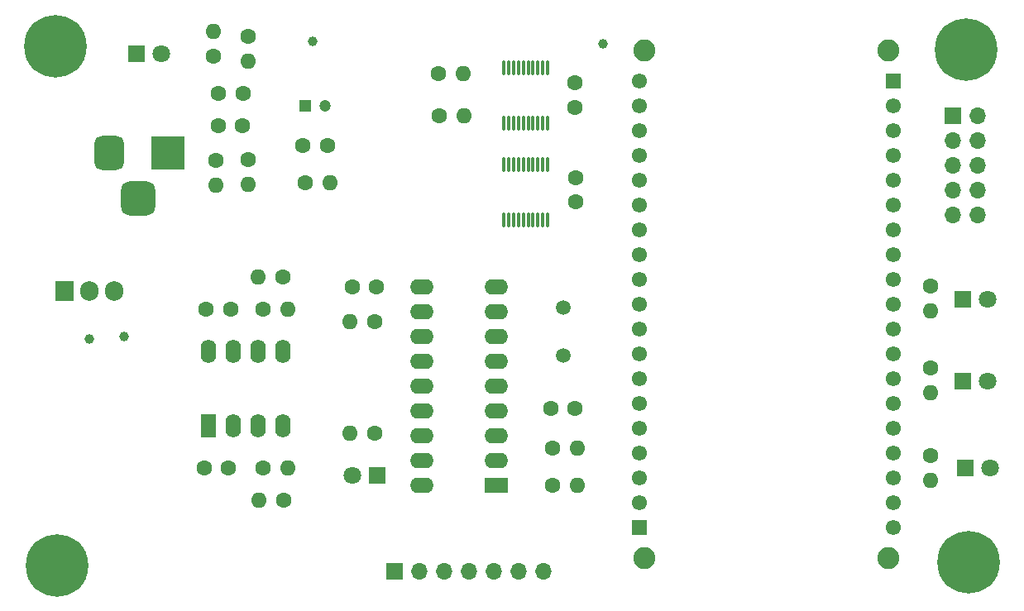
<source format=gbr>
%TF.GenerationSoftware,KiCad,Pcbnew,8.0.5*%
%TF.CreationDate,2024-12-04T22:36:59+01:00*%
%TF.ProjectId,ESP-Unit,4553502d-556e-4697-942e-6b696361645f,rev?*%
%TF.SameCoordinates,Original*%
%TF.FileFunction,Soldermask,Top*%
%TF.FilePolarity,Negative*%
%FSLAX46Y46*%
G04 Gerber Fmt 4.6, Leading zero omitted, Abs format (unit mm)*
G04 Created by KiCad (PCBNEW 8.0.5) date 2024-12-04 22:36:59*
%MOMM*%
%LPD*%
G01*
G04 APERTURE LIST*
G04 Aperture macros list*
%AMRoundRect*
0 Rectangle with rounded corners*
0 $1 Rounding radius*
0 $2 $3 $4 $5 $6 $7 $8 $9 X,Y pos of 4 corners*
0 Add a 4 corners polygon primitive as box body*
4,1,4,$2,$3,$4,$5,$6,$7,$8,$9,$2,$3,0*
0 Add four circle primitives for the rounded corners*
1,1,$1+$1,$2,$3*
1,1,$1+$1,$4,$5*
1,1,$1+$1,$6,$7*
1,1,$1+$1,$8,$9*
0 Add four rect primitives between the rounded corners*
20,1,$1+$1,$2,$3,$4,$5,0*
20,1,$1+$1,$4,$5,$6,$7,0*
20,1,$1+$1,$6,$7,$8,$9,0*
20,1,$1+$1,$8,$9,$2,$3,0*%
G04 Aperture macros list end*
%ADD10RoundRect,0.075000X0.075000X-0.662500X0.075000X0.662500X-0.075000X0.662500X-0.075000X-0.662500X0*%
%ADD11R,1.600000X2.400000*%
%ADD12O,1.600000X2.400000*%
%ADD13O,1.600000X1.600000*%
%ADD14C,1.600000*%
%ADD15C,0.800000*%
%ADD16C,6.400000*%
%ADD17C,1.000000*%
%ADD18C,1.500000*%
%ADD19C,1.200000*%
%ADD20R,1.200000X1.200000*%
%ADD21R,1.800000X1.800000*%
%ADD22C,1.800000*%
%ADD23R,2.400000X1.600000*%
%ADD24O,2.400000X1.600000*%
%ADD25O,1.905000X2.000000*%
%ADD26R,1.905000X2.000000*%
%ADD27R,1.700000X1.700000*%
%ADD28O,1.700000X1.700000*%
%ADD29RoundRect,0.875000X-0.875000X-0.875000X0.875000X-0.875000X0.875000X0.875000X-0.875000X0.875000X0*%
%ADD30RoundRect,0.750000X-0.750000X-1.000000X0.750000X-1.000000X0.750000X1.000000X-0.750000X1.000000X0*%
%ADD31R,3.500000X3.500000*%
%ADD32C,2.250000*%
%ADD33RoundRect,0.102000X-0.675000X-0.675000X0.675000X-0.675000X0.675000X0.675000X-0.675000X0.675000X0*%
%ADD34C,1.554000*%
G04 APERTURE END LIST*
D10*
%TO.C,U5*%
X202220000Y-72458500D03*
X202720000Y-72458500D03*
X203220000Y-72458500D03*
X203720000Y-72458500D03*
X204220000Y-72458500D03*
X204720000Y-72458500D03*
X205220000Y-72458500D03*
X205720000Y-72458500D03*
X206220000Y-72458500D03*
X206720000Y-72458500D03*
X206720000Y-66733500D03*
X206220000Y-66733500D03*
X205720000Y-66733500D03*
X205220000Y-66733500D03*
X204720000Y-66733500D03*
X204220000Y-66733500D03*
X203720000Y-66733500D03*
X203220000Y-66733500D03*
X202720000Y-66733500D03*
X202220000Y-66733500D03*
%TD*%
%TO.C,U4*%
X202220000Y-62552500D03*
X202720000Y-62552500D03*
X203220000Y-62552500D03*
X203720000Y-62552500D03*
X204220000Y-62552500D03*
X204720000Y-62552500D03*
X205220000Y-62552500D03*
X205720000Y-62552500D03*
X206220000Y-62552500D03*
X206720000Y-62552500D03*
X206720000Y-56827500D03*
X206220000Y-56827500D03*
X205720000Y-56827500D03*
X205220000Y-56827500D03*
X204720000Y-56827500D03*
X204220000Y-56827500D03*
X203720000Y-56827500D03*
X203220000Y-56827500D03*
X202720000Y-56827500D03*
X202220000Y-56827500D03*
%TD*%
D11*
%TO.C,U3*%
X172003000Y-93477000D03*
D12*
X174543000Y-93477000D03*
X177083000Y-93477000D03*
X179623000Y-93477000D03*
X179623000Y-85857000D03*
X177083000Y-85857000D03*
X174543000Y-85857000D03*
X172003000Y-85857000D03*
%TD*%
D13*
%TO.C,R1*%
X172720000Y-68834000D03*
D14*
X172720000Y-66294000D03*
%TD*%
%TO.C,C1*%
X175494000Y-62738000D03*
X172994000Y-62738000D03*
%TD*%
D15*
%TO.C,H4*%
X154064000Y-107776944D03*
X154766944Y-106079888D03*
X154766944Y-109474000D03*
X156464000Y-105376944D03*
D16*
X156464000Y-107776944D03*
D15*
X156464000Y-110176944D03*
X158161056Y-106079888D03*
X158161056Y-109474000D03*
X158864000Y-107776944D03*
%TD*%
D17*
%TO.C,TP2*%
X159766000Y-84582000D03*
%TD*%
D14*
%TO.C,R3*%
X177572000Y-97780000D03*
D13*
X180112000Y-97780000D03*
%TD*%
D14*
%TO.C,R16*%
X245872000Y-79219000D03*
D13*
X245872000Y-81759000D03*
%TD*%
D14*
%TO.C,R14*%
X177552000Y-81524000D03*
D13*
X180092000Y-81524000D03*
%TD*%
D18*
%TO.C,Y1*%
X208280000Y-86270000D03*
X208280000Y-81390000D03*
%TD*%
D14*
%TO.C,R9*%
X188996000Y-82804000D03*
D13*
X186456000Y-82804000D03*
%TD*%
D19*
%TO.C,C7*%
X183907401Y-60706000D03*
D20*
X181907401Y-60706000D03*
%TD*%
D14*
%TO.C,C2*%
X173014000Y-59436000D03*
X175514000Y-59436000D03*
%TD*%
D21*
%TO.C,D5*%
X249423000Y-97819000D03*
D22*
X251963000Y-97819000D03*
%TD*%
D17*
%TO.C,TP4*%
X212344000Y-54356000D03*
%TD*%
D14*
%TO.C,C4*%
X209510000Y-91694000D03*
X207010000Y-91694000D03*
%TD*%
%TO.C,C3*%
X171525000Y-97780000D03*
X174025000Y-97780000D03*
%TD*%
D23*
%TO.C,IC1*%
X201437000Y-99558000D03*
D24*
X201437000Y-97018000D03*
X201437000Y-94478000D03*
X201437000Y-91938000D03*
X201437000Y-89398000D03*
X201437000Y-86858000D03*
X201437000Y-84318000D03*
X201437000Y-81778000D03*
X201437000Y-79238000D03*
X193817000Y-79238000D03*
X193817000Y-81778000D03*
X193817000Y-84318000D03*
X193817000Y-86858000D03*
X193817000Y-89398000D03*
X193817000Y-91938000D03*
X193817000Y-94478000D03*
X193817000Y-97018000D03*
X193817000Y-99558000D03*
%TD*%
D14*
%TO.C,R17*%
X245872000Y-96520000D03*
D13*
X245872000Y-99060000D03*
%TD*%
D22*
%TO.C,D1*%
X167127000Y-55372000D03*
D21*
X164587000Y-55372000D03*
%TD*%
D17*
%TO.C,TP1*%
X163322000Y-84328000D03*
%TD*%
D14*
%TO.C,R8*%
X207215000Y-95758000D03*
D13*
X209755000Y-95758000D03*
%TD*%
D25*
%TO.C,U2*%
X162306000Y-79685000D03*
X159766000Y-79685000D03*
D26*
X157226000Y-79685000D03*
%TD*%
D27*
%TO.C,J3*%
X191008000Y-108433000D03*
D28*
X193548000Y-108433000D03*
X196088000Y-108433000D03*
X198628000Y-108433000D03*
X201168000Y-108433000D03*
X203708000Y-108433000D03*
X206248000Y-108433000D03*
%TD*%
D27*
%TO.C,J2*%
X248153000Y-61727000D03*
D28*
X250693000Y-61727000D03*
X248153000Y-64267000D03*
X250693000Y-64267000D03*
X248153000Y-66807000D03*
X250693000Y-66807000D03*
X248153000Y-69347000D03*
X250693000Y-69347000D03*
X248153000Y-71887000D03*
X250693000Y-71887000D03*
%TD*%
D14*
%TO.C,R10*%
X207215000Y-99568000D03*
D13*
X209755000Y-99568000D03*
%TD*%
D14*
%TO.C,R18*%
X245872000Y-87601000D03*
D13*
X245872000Y-90141000D03*
%TD*%
D14*
%TO.C,C9*%
X209550000Y-68092000D03*
X209550000Y-70592000D03*
%TD*%
%TO.C,R15*%
X179613000Y-78222000D03*
D13*
X177073000Y-78222000D03*
%TD*%
D14*
%TO.C,R12*%
X195580000Y-61722000D03*
D13*
X198120000Y-61722000D03*
%TD*%
D21*
%TO.C,D3*%
X249169000Y-80518000D03*
D22*
X251709000Y-80518000D03*
%TD*%
D15*
%TO.C,H2*%
X247422000Y-107442000D03*
X248124944Y-105744944D03*
X248124944Y-109139056D03*
X249822000Y-105042000D03*
D16*
X249822000Y-107442000D03*
D15*
X249822000Y-109842000D03*
X251519056Y-105744944D03*
X251519056Y-109139056D03*
X252222000Y-107442000D03*
%TD*%
D13*
%TO.C,R6*%
X176022000Y-56134000D03*
D14*
X176022000Y-53594000D03*
%TD*%
D29*
%TO.C,J1*%
X164798000Y-70232000D03*
D30*
X161798000Y-65532000D03*
D31*
X167798000Y-65532000D03*
%TD*%
D14*
%TO.C,R11*%
X188971000Y-94234000D03*
D13*
X186431000Y-94234000D03*
%TD*%
D21*
%TO.C,D2*%
X189230000Y-98552000D03*
D22*
X186690000Y-98552000D03*
%TD*%
D13*
%TO.C,R7*%
X184406401Y-68580000D03*
D14*
X181866401Y-68580000D03*
%TD*%
%TO.C,C6*%
X189210000Y-79248000D03*
X186710000Y-79248000D03*
%TD*%
%TO.C,C8*%
X209522000Y-58371500D03*
X209522000Y-60871500D03*
%TD*%
D17*
%TO.C,TP5*%
X182626000Y-54102000D03*
%TD*%
D14*
%TO.C,R13*%
X195551000Y-57404000D03*
D13*
X198091000Y-57404000D03*
%TD*%
D32*
%TO.C,U1*%
X216608000Y-55026000D03*
X216608000Y-107026000D03*
X241608000Y-55026000D03*
X241608000Y-107026000D03*
D33*
X242108000Y-58166000D03*
D34*
X242108000Y-60706000D03*
X242108000Y-63246000D03*
X242108000Y-65786000D03*
X242108000Y-68326000D03*
X242108000Y-70866000D03*
X242108000Y-73406000D03*
X242108000Y-75946000D03*
X242108000Y-78486000D03*
X242108000Y-81026000D03*
X242108000Y-83566000D03*
X242108000Y-86106000D03*
X242108000Y-88646000D03*
X242108000Y-91186000D03*
X242108000Y-93726000D03*
X242108000Y-96266000D03*
X242108000Y-98806000D03*
X242108000Y-101346000D03*
X242108000Y-103886000D03*
D33*
X216108000Y-103886000D03*
D34*
X216108000Y-101346000D03*
X216108000Y-98806000D03*
X216108000Y-96266000D03*
X216108000Y-93726000D03*
X216108000Y-91186000D03*
X216108000Y-88646000D03*
X216108000Y-86106000D03*
X216108000Y-83566000D03*
X216108000Y-81026000D03*
X216108000Y-78486000D03*
X216108000Y-75946000D03*
X216108000Y-73406000D03*
X216108000Y-70866000D03*
X216108000Y-68326000D03*
X216108000Y-65786000D03*
X216108000Y-63246000D03*
X216108000Y-60706000D03*
X216108000Y-58166000D03*
%TD*%
D15*
%TO.C,H3*%
X247108944Y-54944944D03*
X247811888Y-53247888D03*
X247811888Y-56642000D03*
X249508944Y-52544944D03*
D16*
X249508944Y-54944944D03*
D15*
X249508944Y-57344944D03*
X251206000Y-53247888D03*
X251206000Y-56642000D03*
X251908944Y-54944944D03*
%TD*%
D14*
%TO.C,R5*%
X179662000Y-101082000D03*
D13*
X177122000Y-101082000D03*
%TD*%
%TO.C,R4*%
X172466000Y-53115000D03*
D14*
X172466000Y-55655000D03*
%TD*%
D15*
%TO.C,H1*%
X153950000Y-54610000D03*
X154652944Y-52912944D03*
X154652944Y-56307056D03*
X156350000Y-52210000D03*
D16*
X156350000Y-54610000D03*
D15*
X156350000Y-57010000D03*
X158047056Y-52912944D03*
X158047056Y-56307056D03*
X158750000Y-54610000D03*
%TD*%
D21*
%TO.C,D4*%
X249169000Y-88900000D03*
D22*
X251709000Y-88900000D03*
%TD*%
D14*
%TO.C,C10*%
X174259000Y-81524000D03*
X171759000Y-81524000D03*
%TD*%
%TO.C,C5*%
X181661401Y-64770000D03*
X184161401Y-64770000D03*
%TD*%
D13*
%TO.C,R2*%
X176022000Y-68805000D03*
D14*
X176022000Y-66265000D03*
%TD*%
M02*

</source>
